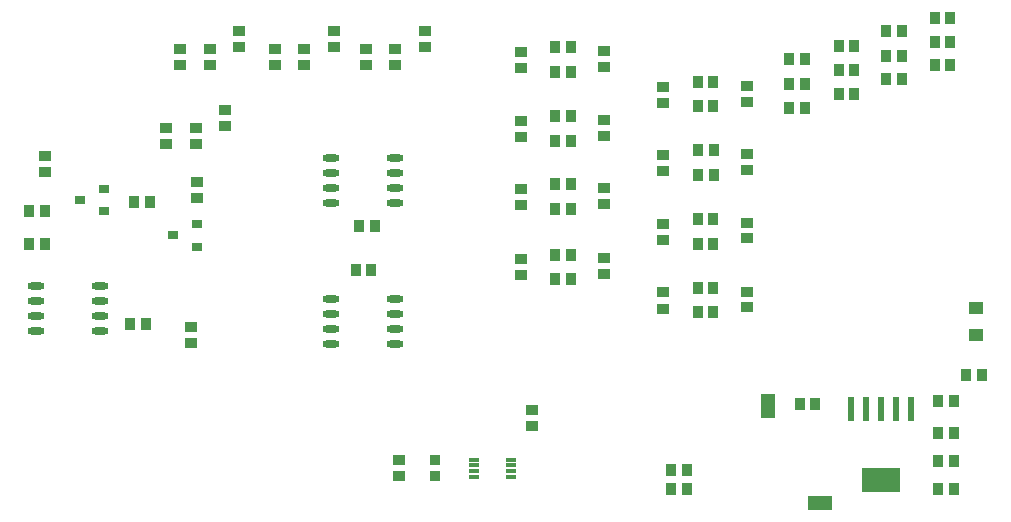
<source format=gbp>
%FSLAX23Y23*%
%MOIN*%
%SFA1B1*%

%IPPOS*%
%ADD17R,0.051180X0.043310*%
%ADD18R,0.039370X0.035430*%
%ADD19R,0.037400X0.033470*%
%ADD23O,0.057090X0.023620*%
%ADD24R,0.035430X0.039370*%
%ADD25R,0.035430X0.031500*%
%ADD28R,0.080710X0.045280*%
%ADD29R,0.045280X0.080710*%
%ADD32R,0.023620X0.082680*%
%ADD33R,0.125980X0.082680*%
%ADD64R,0.035430X0.011810*%
%LNpedalbox-1*%
%LPD*%
G54D17*
X3755Y698D03*
Y608D03*
G54D18*
X1157Y1118D03*
Y1065D03*
X1832Y191D03*
Y138D03*
X652Y1205D03*
Y1152D03*
X1200Y1562D03*
Y1508D03*
X1153Y1298D03*
Y1245D03*
X1515Y1562D03*
Y1508D03*
X1818Y1562D03*
Y1508D03*
X1299Y1621D03*
Y1567D03*
X1251Y1357D03*
Y1304D03*
X1614Y1621D03*
Y1567D03*
X1917Y1621D03*
Y1567D03*
X1102Y1508D03*
Y1562D03*
X1055Y1245D03*
Y1298D03*
X1417Y1508D03*
Y1562D03*
X1720Y1508D03*
Y1562D03*
X1139Y583D03*
Y636D03*
X2711Y1382D03*
Y1436D03*
X2991Y1386D03*
Y1439D03*
X2711Y696D03*
Y750D03*
X2991Y700D03*
Y753D03*
X2712Y1154D03*
Y1207D03*
X2992Y1158D03*
Y1211D03*
X2236Y807D03*
Y860D03*
X2515Y811D03*
Y864D03*
X2236Y1499D03*
Y1552D03*
X2515Y1502D03*
Y1556D03*
X2236Y1269D03*
Y1322D03*
X2515Y1273D03*
Y1326D03*
X2711Y926D03*
Y979D03*
X2991Y930D03*
Y983D03*
X2236Y1042D03*
Y1095D03*
X2515Y1046D03*
Y1099D03*
X2275Y359D03*
Y306D03*
G54D19*
X1951Y139D03*
Y190D03*
G54D23*
X1605Y1047D03*
Y1097D03*
Y1147D03*
Y1197D03*
X1819Y1047D03*
Y1097D03*
Y1147D03*
Y1197D03*
X621Y621D03*
Y671D03*
Y721D03*
Y771D03*
X835Y621D03*
Y671D03*
Y721D03*
Y771D03*
X1605Y578D03*
Y628D03*
Y678D03*
Y728D03*
X1819Y578D03*
Y628D03*
Y678D03*
Y728D03*
G54D24*
X1696Y970D03*
X1750D03*
X1686Y826D03*
X1739D03*
X1002Y1051D03*
X949D03*
X599Y1022D03*
X652D03*
X599Y913D03*
X652D03*
X933Y645D03*
X986D03*
X3774Y476D03*
X3721D03*
X3296Y1413D03*
X3349D03*
X3296Y1570D03*
X3349D03*
X3296Y1492D03*
X3349D03*
X3131Y1366D03*
X3185D03*
X3185Y1527D03*
X3132D03*
Y1444D03*
X3185D03*
X3506Y1622D03*
X3453D03*
Y1460D03*
X3506D03*
X3453Y1539D03*
X3506D03*
X2879Y1452D03*
X2826D03*
Y1370D03*
X2879D03*
Y766D03*
X2826D03*
Y684D03*
X2879D03*
X2880Y1224D03*
X2827D03*
Y1141D03*
X2880D03*
X2404Y876D03*
X2351D03*
Y794D03*
X2404D03*
Y1568D03*
X2351D03*
Y1486D03*
X2404D03*
Y1339D03*
X2351D03*
Y1256D03*
X2404D03*
X2879Y996D03*
X2826D03*
Y913D03*
X2879D03*
X3616Y1665D03*
X3669D03*
X3616Y1507D03*
X3669D03*
X3616Y1586D03*
X3669D03*
X2404Y1112D03*
X2351D03*
Y1029D03*
X2404D03*
X3626Y389D03*
X3680D03*
X3626Y94D03*
X3680D03*
X3626Y188D03*
X3680D03*
X3626Y283D03*
X3680D03*
X3166Y377D03*
X3219D03*
X2737Y94D03*
X2790D03*
X2737Y157D03*
X2790D03*
G54D25*
X767Y1059D03*
X846Y1021D03*
Y1096D03*
X1078Y940D03*
X1157Y903D03*
Y978D03*
G54D28*
X3235Y49D03*
G54D29*
X3061Y370D03*
G54D32*
X3337Y361D03*
X3387D03*
X3437D03*
X3487D03*
X3537D03*
G54D33*
X3437Y126D03*
G54D64*
X2081Y134D03*
Y154D03*
Y174D03*
Y193D03*
X2203Y134D03*
Y154D03*
Y174D03*
Y193D03*
M02*
</source>
